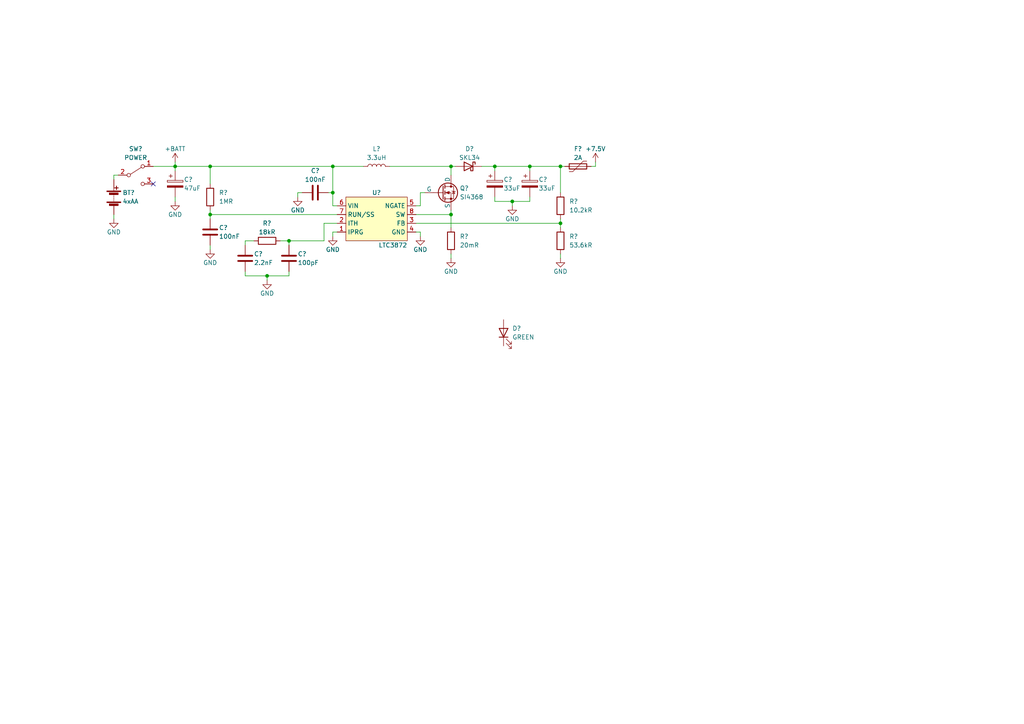
<source format=kicad_sch>
(kicad_sch (version 20230121) (generator eeschema)

  (uuid 801b847b-1ef9-426d-9311-e20107499a35)

  (paper "A4")

  (lib_symbols
    (symbol "Autko:LTC3872" (in_bom yes) (on_board yes)
      (property "Reference" "U" (at 0 7.62 0) (do_not_autoplace)
        (effects (font (size 1.27 1.27)))
      )
      (property "Value" "LTC3872" (at 8.89 -7.62 0) (do_not_autoplace)
        (effects (font (size 1.27 1.27)) (justify right))
      )
      (property "Footprint" "" (at -3.81 5.08 0)
        (effects (font (size 1.27 1.27)) hide)
      )
      (property "Datasheet" "" (at -3.81 5.08 0)
        (effects (font (size 1.27 1.27)) hide)
      )
      (symbol "LTC3872_1_1"
        (rectangle (start -8.89 6.35) (end 8.89 -6.35)
          (stroke (width 0) (type default))
          (fill (type background))
        )
        (pin input line (at -11.43 -3.81 0) (length 2.54)
          (name "IPRG" (effects (font (size 1.27 1.27))))
          (number "1" (effects (font (size 1.27 1.27))))
        )
        (pin input line (at -11.43 -1.27 0) (length 2.54)
          (name "ITH" (effects (font (size 1.27 1.27))))
          (number "2" (effects (font (size 1.27 1.27))))
        )
        (pin input line (at 11.43 -1.27 180) (length 2.54)
          (name "FB" (effects (font (size 1.27 1.27))))
          (number "3" (effects (font (size 1.27 1.27))))
        )
        (pin power_in line (at 11.43 -3.81 180) (length 2.54)
          (name "GND" (effects (font (size 1.27 1.27))))
          (number "4" (effects (font (size 1.27 1.27))))
        )
        (pin output line (at 11.43 3.81 180) (length 2.54)
          (name "NGATE" (effects (font (size 1.27 1.27))))
          (number "5" (effects (font (size 1.27 1.27))))
        )
        (pin power_in line (at -11.43 3.81 0) (length 2.54)
          (name "VIN" (effects (font (size 1.27 1.27))))
          (number "6" (effects (font (size 1.27 1.27))))
        )
        (pin input line (at -11.43 1.27 0) (length 2.54)
          (name "RUN/SS" (effects (font (size 1.27 1.27))))
          (number "7" (effects (font (size 1.27 1.27))))
        )
        (pin input line (at 11.43 1.27 180) (length 2.54)
          (name "SW" (effects (font (size 1.27 1.27))))
          (number "8" (effects (font (size 1.27 1.27))))
        )
      )
    )
    (symbol "Device:Battery" (pin_numbers hide) (pin_names (offset 0) hide) (in_bom yes) (on_board yes)
      (property "Reference" "BT" (at 2.54 2.54 0)
        (effects (font (size 1.27 1.27)) (justify left))
      )
      (property "Value" "Battery" (at 2.54 0 0)
        (effects (font (size 1.27 1.27)) (justify left))
      )
      (property "Footprint" "" (at 0 1.524 90)
        (effects (font (size 1.27 1.27)) hide)
      )
      (property "Datasheet" "~" (at 0 1.524 90)
        (effects (font (size 1.27 1.27)) hide)
      )
      (property "ki_keywords" "batt voltage-source cell" (at 0 0 0)
        (effects (font (size 1.27 1.27)) hide)
      )
      (property "ki_description" "Multiple-cell battery" (at 0 0 0)
        (effects (font (size 1.27 1.27)) hide)
      )
      (symbol "Battery_0_1"
        (rectangle (start -2.032 -1.397) (end 2.032 -1.651)
          (stroke (width 0) (type default))
          (fill (type outline))
        )
        (rectangle (start -2.032 1.778) (end 2.032 1.524)
          (stroke (width 0) (type default))
          (fill (type outline))
        )
        (rectangle (start -1.3208 -1.9812) (end 1.27 -2.4892)
          (stroke (width 0) (type default))
          (fill (type outline))
        )
        (rectangle (start -1.3208 1.1938) (end 1.27 0.6858)
          (stroke (width 0) (type default))
          (fill (type outline))
        )
        (polyline
          (pts
            (xy 0 -1.524)
            (xy 0 -1.27)
          )
          (stroke (width 0) (type default))
          (fill (type none))
        )
        (polyline
          (pts
            (xy 0 -1.016)
            (xy 0 -0.762)
          )
          (stroke (width 0) (type default))
          (fill (type none))
        )
        (polyline
          (pts
            (xy 0 -0.508)
            (xy 0 -0.254)
          )
          (stroke (width 0) (type default))
          (fill (type none))
        )
        (polyline
          (pts
            (xy 0 0)
            (xy 0 0.254)
          )
          (stroke (width 0) (type default))
          (fill (type none))
        )
        (polyline
          (pts
            (xy 0 0.508)
            (xy 0 0.762)
          )
          (stroke (width 0) (type default))
          (fill (type none))
        )
        (polyline
          (pts
            (xy 0 1.778)
            (xy 0 2.54)
          )
          (stroke (width 0) (type default))
          (fill (type none))
        )
        (polyline
          (pts
            (xy 0.254 2.667)
            (xy 1.27 2.667)
          )
          (stroke (width 0.254) (type default))
          (fill (type none))
        )
        (polyline
          (pts
            (xy 0.762 3.175)
            (xy 0.762 2.159)
          )
          (stroke (width 0.254) (type default))
          (fill (type none))
        )
      )
      (symbol "Battery_1_1"
        (pin passive line (at 0 5.08 270) (length 2.54)
          (name "+" (effects (font (size 1.27 1.27))))
          (number "1" (effects (font (size 1.27 1.27))))
        )
        (pin passive line (at 0 -5.08 90) (length 2.54)
          (name "-" (effects (font (size 1.27 1.27))))
          (number "2" (effects (font (size 1.27 1.27))))
        )
      )
    )
    (symbol "Device:C" (pin_numbers hide) (pin_names (offset 0.254)) (in_bom yes) (on_board yes)
      (property "Reference" "C" (at 0.635 2.54 0)
        (effects (font (size 1.27 1.27)) (justify left))
      )
      (property "Value" "C" (at 0.635 -2.54 0)
        (effects (font (size 1.27 1.27)) (justify left))
      )
      (property "Footprint" "" (at 0.9652 -3.81 0)
        (effects (font (size 1.27 1.27)) hide)
      )
      (property "Datasheet" "~" (at 0 0 0)
        (effects (font (size 1.27 1.27)) hide)
      )
      (property "ki_keywords" "cap capacitor" (at 0 0 0)
        (effects (font (size 1.27 1.27)) hide)
      )
      (property "ki_description" "Unpolarized capacitor" (at 0 0 0)
        (effects (font (size 1.27 1.27)) hide)
      )
      (property "ki_fp_filters" "C_*" (at 0 0 0)
        (effects (font (size 1.27 1.27)) hide)
      )
      (symbol "C_0_1"
        (polyline
          (pts
            (xy -2.032 -0.762)
            (xy 2.032 -0.762)
          )
          (stroke (width 0.508) (type default))
          (fill (type none))
        )
        (polyline
          (pts
            (xy -2.032 0.762)
            (xy 2.032 0.762)
          )
          (stroke (width 0.508) (type default))
          (fill (type none))
        )
      )
      (symbol "C_1_1"
        (pin passive line (at 0 3.81 270) (length 2.794)
          (name "~" (effects (font (size 1.27 1.27))))
          (number "1" (effects (font (size 1.27 1.27))))
        )
        (pin passive line (at 0 -3.81 90) (length 2.794)
          (name "~" (effects (font (size 1.27 1.27))))
          (number "2" (effects (font (size 1.27 1.27))))
        )
      )
    )
    (symbol "Device:C_Polarized" (pin_numbers hide) (pin_names (offset 0.254)) (in_bom yes) (on_board yes)
      (property "Reference" "C" (at 0.635 2.54 0)
        (effects (font (size 1.27 1.27)) (justify left))
      )
      (property "Value" "C_Polarized" (at 0.635 -2.54 0)
        (effects (font (size 1.27 1.27)) (justify left))
      )
      (property "Footprint" "" (at 0.9652 -3.81 0)
        (effects (font (size 1.27 1.27)) hide)
      )
      (property "Datasheet" "~" (at 0 0 0)
        (effects (font (size 1.27 1.27)) hide)
      )
      (property "ki_keywords" "cap capacitor" (at 0 0 0)
        (effects (font (size 1.27 1.27)) hide)
      )
      (property "ki_description" "Polarized capacitor" (at 0 0 0)
        (effects (font (size 1.27 1.27)) hide)
      )
      (property "ki_fp_filters" "CP_*" (at 0 0 0)
        (effects (font (size 1.27 1.27)) hide)
      )
      (symbol "C_Polarized_0_1"
        (rectangle (start -2.286 0.508) (end 2.286 1.016)
          (stroke (width 0) (type default))
          (fill (type none))
        )
        (polyline
          (pts
            (xy -1.778 2.286)
            (xy -0.762 2.286)
          )
          (stroke (width 0) (type default))
          (fill (type none))
        )
        (polyline
          (pts
            (xy -1.27 2.794)
            (xy -1.27 1.778)
          )
          (stroke (width 0) (type default))
          (fill (type none))
        )
        (rectangle (start 2.286 -0.508) (end -2.286 -1.016)
          (stroke (width 0) (type default))
          (fill (type outline))
        )
      )
      (symbol "C_Polarized_1_1"
        (pin passive line (at 0 3.81 270) (length 2.794)
          (name "~" (effects (font (size 1.27 1.27))))
          (number "1" (effects (font (size 1.27 1.27))))
        )
        (pin passive line (at 0 -3.81 90) (length 2.794)
          (name "~" (effects (font (size 1.27 1.27))))
          (number "2" (effects (font (size 1.27 1.27))))
        )
      )
    )
    (symbol "Device:D_Schottky" (pin_numbers hide) (pin_names (offset 1.016) hide) (in_bom yes) (on_board yes)
      (property "Reference" "D" (at 0 2.54 0)
        (effects (font (size 1.27 1.27)))
      )
      (property "Value" "D_Schottky" (at 0 -2.54 0)
        (effects (font (size 1.27 1.27)))
      )
      (property "Footprint" "" (at 0 0 0)
        (effects (font (size 1.27 1.27)) hide)
      )
      (property "Datasheet" "~" (at 0 0 0)
        (effects (font (size 1.27 1.27)) hide)
      )
      (property "ki_keywords" "diode Schottky" (at 0 0 0)
        (effects (font (size 1.27 1.27)) hide)
      )
      (property "ki_description" "Schottky diode" (at 0 0 0)
        (effects (font (size 1.27 1.27)) hide)
      )
      (property "ki_fp_filters" "TO-???* *_Diode_* *SingleDiode* D_*" (at 0 0 0)
        (effects (font (size 1.27 1.27)) hide)
      )
      (symbol "D_Schottky_0_1"
        (polyline
          (pts
            (xy 1.27 0)
            (xy -1.27 0)
          )
          (stroke (width 0) (type default))
          (fill (type none))
        )
        (polyline
          (pts
            (xy 1.27 1.27)
            (xy 1.27 -1.27)
            (xy -1.27 0)
            (xy 1.27 1.27)
          )
          (stroke (width 0.254) (type default))
          (fill (type none))
        )
        (polyline
          (pts
            (xy -1.905 0.635)
            (xy -1.905 1.27)
            (xy -1.27 1.27)
            (xy -1.27 -1.27)
            (xy -0.635 -1.27)
            (xy -0.635 -0.635)
          )
          (stroke (width 0.254) (type default))
          (fill (type none))
        )
      )
      (symbol "D_Schottky_1_1"
        (pin passive line (at -3.81 0 0) (length 2.54)
          (name "K" (effects (font (size 1.27 1.27))))
          (number "1" (effects (font (size 1.27 1.27))))
        )
        (pin passive line (at 3.81 0 180) (length 2.54)
          (name "A" (effects (font (size 1.27 1.27))))
          (number "2" (effects (font (size 1.27 1.27))))
        )
      )
    )
    (symbol "Device:L" (pin_numbers hide) (pin_names (offset 1.016) hide) (in_bom yes) (on_board yes)
      (property "Reference" "L" (at -1.27 0 90)
        (effects (font (size 1.27 1.27)))
      )
      (property "Value" "L" (at 1.905 0 90)
        (effects (font (size 1.27 1.27)))
      )
      (property "Footprint" "" (at 0 0 0)
        (effects (font (size 1.27 1.27)) hide)
      )
      (property "Datasheet" "~" (at 0 0 0)
        (effects (font (size 1.27 1.27)) hide)
      )
      (property "ki_keywords" "inductor choke coil reactor magnetic" (at 0 0 0)
        (effects (font (size 1.27 1.27)) hide)
      )
      (property "ki_description" "Inductor" (at 0 0 0)
        (effects (font (size 1.27 1.27)) hide)
      )
      (property "ki_fp_filters" "Choke_* *Coil* Inductor_* L_*" (at 0 0 0)
        (effects (font (size 1.27 1.27)) hide)
      )
      (symbol "L_0_1"
        (arc (start 0 -2.54) (mid 0.6323 -1.905) (end 0 -1.27)
          (stroke (width 0) (type default))
          (fill (type none))
        )
        (arc (start 0 -1.27) (mid 0.6323 -0.635) (end 0 0)
          (stroke (width 0) (type default))
          (fill (type none))
        )
        (arc (start 0 0) (mid 0.6323 0.635) (end 0 1.27)
          (stroke (width 0) (type default))
          (fill (type none))
        )
        (arc (start 0 1.27) (mid 0.6323 1.905) (end 0 2.54)
          (stroke (width 0) (type default))
          (fill (type none))
        )
      )
      (symbol "L_1_1"
        (pin passive line (at 0 3.81 270) (length 1.27)
          (name "1" (effects (font (size 1.27 1.27))))
          (number "1" (effects (font (size 1.27 1.27))))
        )
        (pin passive line (at 0 -3.81 90) (length 1.27)
          (name "2" (effects (font (size 1.27 1.27))))
          (number "2" (effects (font (size 1.27 1.27))))
        )
      )
    )
    (symbol "Device:LED" (pin_numbers hide) (pin_names (offset 1.016) hide) (in_bom yes) (on_board yes)
      (property "Reference" "D" (at 0 2.54 0)
        (effects (font (size 1.27 1.27)))
      )
      (property "Value" "LED" (at 0 -2.54 0)
        (effects (font (size 1.27 1.27)))
      )
      (property "Footprint" "" (at 0 0 0)
        (effects (font (size 1.27 1.27)) hide)
      )
      (property "Datasheet" "~" (at 0 0 0)
        (effects (font (size 1.27 1.27)) hide)
      )
      (property "ki_keywords" "LED diode" (at 0 0 0)
        (effects (font (size 1.27 1.27)) hide)
      )
      (property "ki_description" "Light emitting diode" (at 0 0 0)
        (effects (font (size 1.27 1.27)) hide)
      )
      (property "ki_fp_filters" "LED* LED_SMD:* LED_THT:*" (at 0 0 0)
        (effects (font (size 1.27 1.27)) hide)
      )
      (symbol "LED_0_1"
        (polyline
          (pts
            (xy -1.27 -1.27)
            (xy -1.27 1.27)
          )
          (stroke (width 0.254) (type default))
          (fill (type none))
        )
        (polyline
          (pts
            (xy -1.27 0)
            (xy 1.27 0)
          )
          (stroke (width 0) (type default))
          (fill (type none))
        )
        (polyline
          (pts
            (xy 1.27 -1.27)
            (xy 1.27 1.27)
            (xy -1.27 0)
            (xy 1.27 -1.27)
          )
          (stroke (width 0.254) (type default))
          (fill (type none))
        )
        (polyline
          (pts
            (xy -3.048 -0.762)
            (xy -4.572 -2.286)
            (xy -3.81 -2.286)
            (xy -4.572 -2.286)
            (xy -4.572 -1.524)
          )
          (stroke (width 0) (type default))
          (fill (type none))
        )
        (polyline
          (pts
            (xy -1.778 -0.762)
            (xy -3.302 -2.286)
            (xy -2.54 -2.286)
            (xy -3.302 -2.286)
            (xy -3.302 -1.524)
          )
          (stroke (width 0) (type default))
          (fill (type none))
        )
      )
      (symbol "LED_1_1"
        (pin passive line (at -3.81 0 0) (length 2.54)
          (name "K" (effects (font (size 1.27 1.27))))
          (number "1" (effects (font (size 1.27 1.27))))
        )
        (pin passive line (at 3.81 0 180) (length 2.54)
          (name "A" (effects (font (size 1.27 1.27))))
          (number "2" (effects (font (size 1.27 1.27))))
        )
      )
    )
    (symbol "Device:Polyfuse" (pin_numbers hide) (pin_names (offset 0)) (in_bom yes) (on_board yes)
      (property "Reference" "F" (at -2.54 0 90)
        (effects (font (size 1.27 1.27)))
      )
      (property "Value" "Polyfuse" (at 2.54 0 90)
        (effects (font (size 1.27 1.27)))
      )
      (property "Footprint" "" (at 1.27 -5.08 0)
        (effects (font (size 1.27 1.27)) (justify left) hide)
      )
      (property "Datasheet" "~" (at 0 0 0)
        (effects (font (size 1.27 1.27)) hide)
      )
      (property "ki_keywords" "resettable fuse PTC PPTC polyfuse polyswitch" (at 0 0 0)
        (effects (font (size 1.27 1.27)) hide)
      )
      (property "ki_description" "Resettable fuse, polymeric positive temperature coefficient" (at 0 0 0)
        (effects (font (size 1.27 1.27)) hide)
      )
      (property "ki_fp_filters" "*polyfuse* *PTC*" (at 0 0 0)
        (effects (font (size 1.27 1.27)) hide)
      )
      (symbol "Polyfuse_0_1"
        (rectangle (start -0.762 2.54) (end 0.762 -2.54)
          (stroke (width 0.254) (type default))
          (fill (type none))
        )
        (polyline
          (pts
            (xy 0 2.54)
            (xy 0 -2.54)
          )
          (stroke (width 0) (type default))
          (fill (type none))
        )
        (polyline
          (pts
            (xy -1.524 2.54)
            (xy -1.524 1.524)
            (xy 1.524 -1.524)
            (xy 1.524 -2.54)
          )
          (stroke (width 0) (type default))
          (fill (type none))
        )
      )
      (symbol "Polyfuse_1_1"
        (pin passive line (at 0 3.81 270) (length 1.27)
          (name "~" (effects (font (size 1.27 1.27))))
          (number "1" (effects (font (size 1.27 1.27))))
        )
        (pin passive line (at 0 -3.81 90) (length 1.27)
          (name "~" (effects (font (size 1.27 1.27))))
          (number "2" (effects (font (size 1.27 1.27))))
        )
      )
    )
    (symbol "Device:R" (pin_numbers hide) (pin_names (offset 0)) (in_bom yes) (on_board yes)
      (property "Reference" "R" (at 2.032 0 90)
        (effects (font (size 1.27 1.27)))
      )
      (property "Value" "R" (at 0 0 90)
        (effects (font (size 1.27 1.27)))
      )
      (property "Footprint" "" (at -1.778 0 90)
        (effects (font (size 1.27 1.27)) hide)
      )
      (property "Datasheet" "~" (at 0 0 0)
        (effects (font (size 1.27 1.27)) hide)
      )
      (property "ki_keywords" "R res resistor" (at 0 0 0)
        (effects (font (size 1.27 1.27)) hide)
      )
      (property "ki_description" "Resistor" (at 0 0 0)
        (effects (font (size 1.27 1.27)) hide)
      )
      (property "ki_fp_filters" "R_*" (at 0 0 0)
        (effects (font (size 1.27 1.27)) hide)
      )
      (symbol "R_0_1"
        (rectangle (start -1.016 -2.54) (end 1.016 2.54)
          (stroke (width 0.254) (type default))
          (fill (type none))
        )
      )
      (symbol "R_1_1"
        (pin passive line (at 0 3.81 270) (length 1.27)
          (name "~" (effects (font (size 1.27 1.27))))
          (number "1" (effects (font (size 1.27 1.27))))
        )
        (pin passive line (at 0 -3.81 90) (length 1.27)
          (name "~" (effects (font (size 1.27 1.27))))
          (number "2" (effects (font (size 1.27 1.27))))
        )
      )
    )
    (symbol "Simulation_SPICE:NMOS" (pin_numbers hide) (pin_names (offset 0)) (in_bom yes) (on_board yes)
      (property "Reference" "Q" (at 5.08 1.27 0)
        (effects (font (size 1.27 1.27)) (justify left))
      )
      (property "Value" "NMOS" (at 5.08 -1.27 0)
        (effects (font (size 1.27 1.27)) (justify left))
      )
      (property "Footprint" "" (at 5.08 2.54 0)
        (effects (font (size 1.27 1.27)) hide)
      )
      (property "Datasheet" "https://ngspice.sourceforge.io/docs/ngspice-manual.pdf" (at 0 -12.7 0)
        (effects (font (size 1.27 1.27)) hide)
      )
      (property "Sim.Device" "NMOS" (at 0 -17.145 0)
        (effects (font (size 1.27 1.27)) hide)
      )
      (property "Sim.Type" "VDMOS" (at 0 -19.05 0)
        (effects (font (size 1.27 1.27)) hide)
      )
      (property "Sim.Pins" "1=D 2=G 3=S" (at 0 -15.24 0)
        (effects (font (size 1.27 1.27)) hide)
      )
      (property "ki_keywords" "transistor NMOS N-MOS N-MOSFET simulation" (at 0 0 0)
        (effects (font (size 1.27 1.27)) hide)
      )
      (property "ki_description" "N-MOSFET transistor, drain/source/gate" (at 0 0 0)
        (effects (font (size 1.27 1.27)) hide)
      )
      (symbol "NMOS_0_1"
        (polyline
          (pts
            (xy 0.254 0)
            (xy -2.54 0)
          )
          (stroke (width 0) (type default))
          (fill (type none))
        )
        (polyline
          (pts
            (xy 0.254 1.905)
            (xy 0.254 -1.905)
          )
          (stroke (width 0.254) (type default))
          (fill (type none))
        )
        (polyline
          (pts
            (xy 0.762 -1.27)
            (xy 0.762 -2.286)
          )
          (stroke (width 0.254) (type default))
          (fill (type none))
        )
        (polyline
          (pts
            (xy 0.762 0.508)
            (xy 0.762 -0.508)
          )
          (stroke (width 0.254) (type default))
          (fill (type none))
        )
        (polyline
          (pts
            (xy 0.762 2.286)
            (xy 0.762 1.27)
          )
          (stroke (width 0.254) (type default))
          (fill (type none))
        )
        (polyline
          (pts
            (xy 2.54 2.54)
            (xy 2.54 1.778)
          )
          (stroke (width 0) (type default))
          (fill (type none))
        )
        (polyline
          (pts
            (xy 2.54 -2.54)
            (xy 2.54 0)
            (xy 0.762 0)
          )
          (stroke (width 0) (type default))
          (fill (type none))
        )
        (polyline
          (pts
            (xy 0.762 -1.778)
            (xy 3.302 -1.778)
            (xy 3.302 1.778)
            (xy 0.762 1.778)
          )
          (stroke (width 0) (type default))
          (fill (type none))
        )
        (polyline
          (pts
            (xy 1.016 0)
            (xy 2.032 0.381)
            (xy 2.032 -0.381)
            (xy 1.016 0)
          )
          (stroke (width 0) (type default))
          (fill (type outline))
        )
        (polyline
          (pts
            (xy 2.794 0.508)
            (xy 2.921 0.381)
            (xy 3.683 0.381)
            (xy 3.81 0.254)
          )
          (stroke (width 0) (type default))
          (fill (type none))
        )
        (polyline
          (pts
            (xy 3.302 0.381)
            (xy 2.921 -0.254)
            (xy 3.683 -0.254)
            (xy 3.302 0.381)
          )
          (stroke (width 0) (type default))
          (fill (type none))
        )
        (circle (center 1.651 0) (radius 2.794)
          (stroke (width 0.254) (type default))
          (fill (type none))
        )
        (circle (center 2.54 -1.778) (radius 0.254)
          (stroke (width 0) (type default))
          (fill (type outline))
        )
        (circle (center 2.54 1.778) (radius 0.254)
          (stroke (width 0) (type default))
          (fill (type outline))
        )
      )
      (symbol "NMOS_1_1"
        (pin passive line (at 2.54 5.08 270) (length 2.54)
          (name "D" (effects (font (size 1.27 1.27))))
          (number "1" (effects (font (size 1.27 1.27))))
        )
        (pin input line (at -5.08 0 0) (length 2.54)
          (name "G" (effects (font (size 1.27 1.27))))
          (number "2" (effects (font (size 1.27 1.27))))
        )
        (pin passive line (at 2.54 -5.08 90) (length 2.54)
          (name "S" (effects (font (size 1.27 1.27))))
          (number "3" (effects (font (size 1.27 1.27))))
        )
      )
    )
    (symbol "Switch:SW_SPDT" (pin_names (offset 0) hide) (in_bom yes) (on_board yes)
      (property "Reference" "SW" (at 0 4.318 0)
        (effects (font (size 1.27 1.27)))
      )
      (property "Value" "SW_SPDT" (at 0 -5.08 0)
        (effects (font (size 1.27 1.27)))
      )
      (property "Footprint" "" (at 0 0 0)
        (effects (font (size 1.27 1.27)) hide)
      )
      (property "Datasheet" "~" (at 0 0 0)
        (effects (font (size 1.27 1.27)) hide)
      )
      (property "ki_keywords" "switch single-pole double-throw spdt ON-ON" (at 0 0 0)
        (effects (font (size 1.27 1.27)) hide)
      )
      (property "ki_description" "Switch, single pole double throw" (at 0 0 0)
        (effects (font (size 1.27 1.27)) hide)
      )
      (symbol "SW_SPDT_0_0"
        (circle (center -2.032 0) (radius 0.508)
          (stroke (width 0) (type default))
          (fill (type none))
        )
        (circle (center 2.032 -2.54) (radius 0.508)
          (stroke (width 0) (type default))
          (fill (type none))
        )
      )
      (symbol "SW_SPDT_0_1"
        (polyline
          (pts
            (xy -1.524 0.254)
            (xy 1.651 2.286)
          )
          (stroke (width 0) (type default))
          (fill (type none))
        )
        (circle (center 2.032 2.54) (radius 0.508)
          (stroke (width 0) (type default))
          (fill (type none))
        )
      )
      (symbol "SW_SPDT_1_1"
        (pin passive line (at 5.08 2.54 180) (length 2.54)
          (name "A" (effects (font (size 1.27 1.27))))
          (number "1" (effects (font (size 1.27 1.27))))
        )
        (pin passive line (at -5.08 0 0) (length 2.54)
          (name "B" (effects (font (size 1.27 1.27))))
          (number "2" (effects (font (size 1.27 1.27))))
        )
        (pin passive line (at 5.08 -2.54 180) (length 2.54)
          (name "C" (effects (font (size 1.27 1.27))))
          (number "3" (effects (font (size 1.27 1.27))))
        )
      )
    )
    (symbol "power:+7.5V" (power) (pin_names (offset 0)) (in_bom yes) (on_board yes)
      (property "Reference" "#PWR" (at 0 -3.81 0)
        (effects (font (size 1.27 1.27)) hide)
      )
      (property "Value" "+7.5V" (at 0 3.556 0)
        (effects (font (size 1.27 1.27)))
      )
      (property "Footprint" "" (at 0 0 0)
        (effects (font (size 1.27 1.27)) hide)
      )
      (property "Datasheet" "" (at 0 0 0)
        (effects (font (size 1.27 1.27)) hide)
      )
      (property "ki_keywords" "global power" (at 0 0 0)
        (effects (font (size 1.27 1.27)) hide)
      )
      (property "ki_description" "Power symbol creates a global label with name \"+7.5V\"" (at 0 0 0)
        (effects (font (size 1.27 1.27)) hide)
      )
      (symbol "+7.5V_0_1"
        (polyline
          (pts
            (xy -0.762 1.27)
            (xy 0 2.54)
          )
          (stroke (width 0) (type default))
          (fill (type none))
        )
        (polyline
          (pts
            (xy 0 0)
            (xy 0 2.54)
          )
          (stroke (width 0) (type default))
          (fill (type none))
        )
        (polyline
          (pts
            (xy 0 2.54)
            (xy 0.762 1.27)
          )
          (stroke (width 0) (type default))
          (fill (type none))
        )
      )
      (symbol "+7.5V_1_1"
        (pin power_in line (at 0 0 90) (length 0) hide
          (name "+7.5V" (effects (font (size 1.27 1.27))))
          (number "1" (effects (font (size 1.27 1.27))))
        )
      )
    )
    (symbol "power:+BATT" (power) (pin_names (offset 0)) (in_bom yes) (on_board yes)
      (property "Reference" "#PWR" (at 0 -3.81 0)
        (effects (font (size 1.27 1.27)) hide)
      )
      (property "Value" "+BATT" (at 0 3.556 0)
        (effects (font (size 1.27 1.27)))
      )
      (property "Footprint" "" (at 0 0 0)
        (effects (font (size 1.27 1.27)) hide)
      )
      (property "Datasheet" "" (at 0 0 0)
        (effects (font (size 1.27 1.27)) hide)
      )
      (property "ki_keywords" "global power battery" (at 0 0 0)
        (effects (font (size 1.27 1.27)) hide)
      )
      (property "ki_description" "Power symbol creates a global label with name \"+BATT\"" (at 0 0 0)
        (effects (font (size 1.27 1.27)) hide)
      )
      (symbol "+BATT_0_1"
        (polyline
          (pts
            (xy -0.762 1.27)
            (xy 0 2.54)
          )
          (stroke (width 0) (type default))
          (fill (type none))
        )
        (polyline
          (pts
            (xy 0 0)
            (xy 0 2.54)
          )
          (stroke (width 0) (type default))
          (fill (type none))
        )
        (polyline
          (pts
            (xy 0 2.54)
            (xy 0.762 1.27)
          )
          (stroke (width 0) (type default))
          (fill (type none))
        )
      )
      (symbol "+BATT_1_1"
        (pin power_in line (at 0 0 90) (length 0) hide
          (name "+BATT" (effects (font (size 1.27 1.27))))
          (number "1" (effects (font (size 1.27 1.27))))
        )
      )
    )
    (symbol "power:GND" (power) (pin_names (offset 0)) (in_bom yes) (on_board yes)
      (property "Reference" "#PWR" (at 0 -6.35 0)
        (effects (font (size 1.27 1.27)) hide)
      )
      (property "Value" "GND" (at 0 -3.81 0)
        (effects (font (size 1.27 1.27)))
      )
      (property "Footprint" "" (at 0 0 0)
        (effects (font (size 1.27 1.27)) hide)
      )
      (property "Datasheet" "" (at 0 0 0)
        (effects (font (size 1.27 1.27)) hide)
      )
      (property "ki_keywords" "global power" (at 0 0 0)
        (effects (font (size 1.27 1.27)) hide)
      )
      (property "ki_description" "Power symbol creates a global label with name \"GND\" , ground" (at 0 0 0)
        (effects (font (size 1.27 1.27)) hide)
      )
      (symbol "GND_0_1"
        (polyline
          (pts
            (xy 0 0)
            (xy 0 -1.27)
            (xy 1.27 -1.27)
            (xy 0 -2.54)
            (xy -1.27 -1.27)
            (xy 0 -1.27)
          )
          (stroke (width 0) (type default))
          (fill (type none))
        )
      )
      (symbol "GND_1_1"
        (pin power_in line (at 0 0 270) (length 0) hide
          (name "GND" (effects (font (size 1.27 1.27))))
          (number "1" (effects (font (size 1.27 1.27))))
        )
      )
    )
  )

  (junction (at 77.47 80.01) (diameter 0) (color 0 0 0 0)
    (uuid 05a37012-5fad-4749-a0be-8ffc51706a72)
  )
  (junction (at 60.96 48.26) (diameter 0) (color 0 0 0 0)
    (uuid 0998c38c-df5b-4625-baff-ae3beeb96b8e)
  )
  (junction (at 96.52 48.26) (diameter 0) (color 0 0 0 0)
    (uuid 414bd3da-df9d-493b-aa0b-f92be0d98de7)
  )
  (junction (at 162.56 64.77) (diameter 0) (color 0 0 0 0)
    (uuid 4a6f190a-8525-4f7d-850e-047d8c5c2085)
  )
  (junction (at 143.51 48.26) (diameter 0) (color 0 0 0 0)
    (uuid 51ca81b3-b06d-42cf-958f-9dacfa695630)
  )
  (junction (at 148.59 58.42) (diameter 0) (color 0 0 0 0)
    (uuid 8dfc1e0a-8839-4693-b02e-4daa870169d7)
  )
  (junction (at 130.81 62.23) (diameter 0) (color 0 0 0 0)
    (uuid 9c6ecf61-3991-470c-b99c-77180056e673)
  )
  (junction (at 162.56 48.26) (diameter 0) (color 0 0 0 0)
    (uuid a57aa928-bbcd-4ff5-b66b-42681b0ee3c6)
  )
  (junction (at 130.81 48.26) (diameter 0) (color 0 0 0 0)
    (uuid b797fb7d-7ac8-40d5-ae38-1db42e2227ef)
  )
  (junction (at 83.82 69.85) (diameter 0) (color 0 0 0 0)
    (uuid bd43ad50-1b7d-4290-bf52-b5386b3ecdf2)
  )
  (junction (at 153.67 48.26) (diameter 0) (color 0 0 0 0)
    (uuid c2ce0ec0-9f9a-42ac-80f3-39317c93ff32)
  )
  (junction (at 50.8 48.26) (diameter 0) (color 0 0 0 0)
    (uuid cd2727ea-b268-4f3e-8a16-69eff3548a00)
  )
  (junction (at 96.52 55.88) (diameter 0) (color 0 0 0 0)
    (uuid d9868c40-d19b-4c34-8021-05577135ff6d)
  )
  (junction (at 60.96 62.23) (diameter 0) (color 0 0 0 0)
    (uuid f39a676b-235f-44dd-a678-d588f14e8244)
  )

  (no_connect (at 44.45 53.34) (uuid 1f03288b-fda1-439d-a0fe-d4e71ee02f31))

  (wire (pts (xy 162.56 74.93) (xy 162.56 73.66))
    (stroke (width 0) (type default))
    (uuid 00625bc4-fa3b-42ce-ac9c-ad2ab04f02ca)
  )
  (wire (pts (xy 120.65 62.23) (xy 130.81 62.23))
    (stroke (width 0) (type default))
    (uuid 04dd3931-b60a-4731-bba5-d348a36539ae)
  )
  (wire (pts (xy 83.82 69.85) (xy 93.98 69.85))
    (stroke (width 0) (type default))
    (uuid 0ab59757-3a75-4707-ab3b-4c925b47761e)
  )
  (wire (pts (xy 96.52 67.31) (xy 96.52 68.58))
    (stroke (width 0) (type default))
    (uuid 0c142cf8-a7cf-4688-b438-a3de2daf94b2)
  )
  (wire (pts (xy 77.47 80.01) (xy 83.82 80.01))
    (stroke (width 0) (type default))
    (uuid 18109975-64a2-44ec-865e-d7f1fe98081e)
  )
  (wire (pts (xy 121.92 55.88) (xy 123.19 55.88))
    (stroke (width 0) (type default))
    (uuid 1ac849a7-1a67-4f83-9f82-243d94979474)
  )
  (wire (pts (xy 113.03 48.26) (xy 130.81 48.26))
    (stroke (width 0) (type default))
    (uuid 1b67a54b-fd3a-4388-becd-4ee84a22352e)
  )
  (wire (pts (xy 50.8 46.99) (xy 50.8 48.26))
    (stroke (width 0) (type default))
    (uuid 1c81709e-f3f4-461b-bf3b-faa1610fcc1f)
  )
  (wire (pts (xy 96.52 59.69) (xy 97.79 59.69))
    (stroke (width 0) (type default))
    (uuid 1e6d38e0-be3a-44bd-bf57-53f287fa8b75)
  )
  (wire (pts (xy 96.52 48.26) (xy 96.52 55.88))
    (stroke (width 0) (type default))
    (uuid 202d9b24-8efc-4906-85b8-8695bf74c5f4)
  )
  (wire (pts (xy 162.56 63.5) (xy 162.56 64.77))
    (stroke (width 0) (type default))
    (uuid 2188fb6d-d7d1-4e3e-8485-d9e8055920ce)
  )
  (wire (pts (xy 162.56 48.26) (xy 162.56 55.88))
    (stroke (width 0) (type default))
    (uuid 22a5d5b3-07d9-4855-86de-544c10f92f42)
  )
  (wire (pts (xy 71.12 80.01) (xy 71.12 78.74))
    (stroke (width 0) (type default))
    (uuid 29b151a9-3cb6-4c2c-8e1d-9b2370ebadde)
  )
  (wire (pts (xy 148.59 58.42) (xy 143.51 58.42))
    (stroke (width 0) (type default))
    (uuid 2a5716a9-52db-4aed-9f2d-6b463b62dd20)
  )
  (wire (pts (xy 97.79 64.77) (xy 93.98 64.77))
    (stroke (width 0) (type default))
    (uuid 2d320574-94f8-446d-9b92-d3cc172f0ad5)
  )
  (wire (pts (xy 83.82 80.01) (xy 83.82 78.74))
    (stroke (width 0) (type default))
    (uuid 34685838-24a2-493a-9c3f-94b2ab66c8ed)
  )
  (wire (pts (xy 60.96 48.26) (xy 60.96 53.34))
    (stroke (width 0) (type default))
    (uuid 360d6c20-a8a0-4d07-8580-81b149909059)
  )
  (wire (pts (xy 172.72 48.26) (xy 171.45 48.26))
    (stroke (width 0) (type default))
    (uuid 3fff8859-8fc8-4d88-b052-9cb1da08d544)
  )
  (wire (pts (xy 33.02 62.23) (xy 33.02 63.5))
    (stroke (width 0) (type default))
    (uuid 437635b0-7705-42c7-8f68-df83fed5ce2e)
  )
  (wire (pts (xy 86.36 57.15) (xy 86.36 55.88))
    (stroke (width 0) (type default))
    (uuid 43b3c61e-0575-4f10-914c-12e1478ddff4)
  )
  (wire (pts (xy 121.92 59.69) (xy 120.65 59.69))
    (stroke (width 0) (type default))
    (uuid 4556cf93-97b3-467d-8c1b-df4b50934d5f)
  )
  (wire (pts (xy 162.56 48.26) (xy 163.83 48.26))
    (stroke (width 0) (type default))
    (uuid 4933d8a8-d3ee-44f4-8083-d639e4e9c447)
  )
  (wire (pts (xy 143.51 48.26) (xy 143.51 49.53))
    (stroke (width 0) (type default))
    (uuid 4b3e4002-0789-4c22-a40a-82b2e7de2f7f)
  )
  (wire (pts (xy 60.96 60.96) (xy 60.96 62.23))
    (stroke (width 0) (type default))
    (uuid 4ff8d6f1-9840-48f7-93ed-16b58bd26cd4)
  )
  (wire (pts (xy 95.25 55.88) (xy 96.52 55.88))
    (stroke (width 0) (type default))
    (uuid 5fe8813a-94d1-461a-b251-03c45c1a6736)
  )
  (wire (pts (xy 60.96 71.12) (xy 60.96 72.39))
    (stroke (width 0) (type default))
    (uuid 61d650a4-ba90-4c67-9939-a5027bfebb18)
  )
  (wire (pts (xy 130.81 48.26) (xy 130.81 50.8))
    (stroke (width 0) (type default))
    (uuid 6357a99d-9c89-4ae8-8937-c9535a7cc4ba)
  )
  (wire (pts (xy 50.8 48.26) (xy 50.8 49.53))
    (stroke (width 0) (type default))
    (uuid 655ea0b5-24d3-442d-a011-16f1aa4cbd21)
  )
  (wire (pts (xy 130.81 48.26) (xy 132.08 48.26))
    (stroke (width 0) (type default))
    (uuid 6a49d889-cc89-4dd2-beaf-61f459f98467)
  )
  (wire (pts (xy 130.81 60.96) (xy 130.81 62.23))
    (stroke (width 0) (type default))
    (uuid 6a69ee46-6fff-4958-bf2c-e1292aa014fb)
  )
  (wire (pts (xy 77.47 81.28) (xy 77.47 80.01))
    (stroke (width 0) (type default))
    (uuid 75840e23-dab7-49e9-ab8b-8bec07e87681)
  )
  (wire (pts (xy 83.82 69.85) (xy 83.82 71.12))
    (stroke (width 0) (type default))
    (uuid 78261165-c1ca-405c-a6f4-c60135450185)
  )
  (wire (pts (xy 139.7 48.26) (xy 143.51 48.26))
    (stroke (width 0) (type default))
    (uuid 7bb289a5-9f65-422a-ac64-d5060460fd19)
  )
  (wire (pts (xy 153.67 48.26) (xy 162.56 48.26))
    (stroke (width 0) (type default))
    (uuid 7df37c64-a310-4823-9c6a-d8c5b45d0c19)
  )
  (wire (pts (xy 81.28 69.85) (xy 83.82 69.85))
    (stroke (width 0) (type default))
    (uuid 803eb994-e8eb-4427-81bf-667b46af210e)
  )
  (wire (pts (xy 77.47 80.01) (xy 71.12 80.01))
    (stroke (width 0) (type default))
    (uuid 844310f4-37df-43f4-9dbf-f1b17030bfa2)
  )
  (wire (pts (xy 96.52 48.26) (xy 105.41 48.26))
    (stroke (width 0) (type default))
    (uuid 8cf93c6f-f1dd-4418-9720-6d15d11e8552)
  )
  (wire (pts (xy 96.52 55.88) (xy 96.52 59.69))
    (stroke (width 0) (type default))
    (uuid 8f413fda-3a49-40be-872f-2215fbe7d2be)
  )
  (wire (pts (xy 148.59 58.42) (xy 153.67 58.42))
    (stroke (width 0) (type default))
    (uuid 99236c91-84dc-46d7-b66a-876deb493880)
  )
  (wire (pts (xy 121.92 55.88) (xy 121.92 59.69))
    (stroke (width 0) (type default))
    (uuid 99d4bb95-978a-4c68-a221-87a6bb245c38)
  )
  (wire (pts (xy 44.45 48.26) (xy 50.8 48.26))
    (stroke (width 0) (type default))
    (uuid 9ae073d4-35ef-4b7c-937e-1de63a08f10f)
  )
  (wire (pts (xy 130.81 62.23) (xy 130.81 66.04))
    (stroke (width 0) (type default))
    (uuid 9b3676e7-70a2-4d16-93bf-caee4c4d0c12)
  )
  (wire (pts (xy 71.12 71.12) (xy 71.12 69.85))
    (stroke (width 0) (type default))
    (uuid 9f778063-d0a2-4117-bf7b-9ff4fdc2d4d6)
  )
  (wire (pts (xy 71.12 69.85) (xy 73.66 69.85))
    (stroke (width 0) (type default))
    (uuid a1c8c4e6-8885-48c1-8077-ea049dae6178)
  )
  (wire (pts (xy 121.92 67.31) (xy 121.92 68.58))
    (stroke (width 0) (type default))
    (uuid a26c5a64-b45e-47bc-b563-1973319d9c2c)
  )
  (wire (pts (xy 33.02 50.8) (xy 34.29 50.8))
    (stroke (width 0) (type default))
    (uuid a460d95f-3576-42d3-bf98-6673a51a2612)
  )
  (wire (pts (xy 60.96 62.23) (xy 60.96 63.5))
    (stroke (width 0) (type default))
    (uuid a95afefb-d6a3-4045-b1d2-4d164e656606)
  )
  (wire (pts (xy 50.8 48.26) (xy 60.96 48.26))
    (stroke (width 0) (type default))
    (uuid ad96b160-22d1-40a3-8e57-70c2efa37e99)
  )
  (wire (pts (xy 172.72 48.26) (xy 172.72 46.99))
    (stroke (width 0) (type default))
    (uuid ae69e61b-1f78-4443-a797-26259d186d79)
  )
  (wire (pts (xy 33.02 52.07) (xy 33.02 50.8))
    (stroke (width 0) (type default))
    (uuid af27b636-e311-4ecd-a6a6-374557c4388c)
  )
  (wire (pts (xy 153.67 58.42) (xy 153.67 57.15))
    (stroke (width 0) (type default))
    (uuid af5df177-9361-4888-96c6-55bd5c8bad79)
  )
  (wire (pts (xy 121.92 67.31) (xy 120.65 67.31))
    (stroke (width 0) (type default))
    (uuid b31e4c6a-c269-42b4-875d-778e3f8bc1b5)
  )
  (wire (pts (xy 96.52 48.26) (xy 60.96 48.26))
    (stroke (width 0) (type default))
    (uuid be5f3990-b6db-4eab-b13e-94840ba02dd9)
  )
  (wire (pts (xy 50.8 57.15) (xy 50.8 58.42))
    (stroke (width 0) (type default))
    (uuid c09798d1-4aae-40ec-b1ea-1f05b53e68f9)
  )
  (wire (pts (xy 130.81 73.66) (xy 130.81 74.93))
    (stroke (width 0) (type default))
    (uuid c68adaf6-4b8a-4dac-a0cf-cecb1608bf6d)
  )
  (wire (pts (xy 162.56 64.77) (xy 162.56 66.04))
    (stroke (width 0) (type default))
    (uuid cbab3061-12d6-451d-8184-59fe29512ee2)
  )
  (wire (pts (xy 143.51 58.42) (xy 143.51 57.15))
    (stroke (width 0) (type default))
    (uuid d24771ec-2d7f-4769-be9f-f428b42b80a7)
  )
  (wire (pts (xy 120.65 64.77) (xy 162.56 64.77))
    (stroke (width 0) (type default))
    (uuid d345f26b-bdcf-4721-8ed4-25468c297bbb)
  )
  (wire (pts (xy 153.67 48.26) (xy 153.67 49.53))
    (stroke (width 0) (type default))
    (uuid d3676f9d-82e5-4734-beda-5c1710341e23)
  )
  (wire (pts (xy 96.52 67.31) (xy 97.79 67.31))
    (stroke (width 0) (type default))
    (uuid d5b1dbb4-b6ca-4d71-942b-8361d8ecd678)
  )
  (wire (pts (xy 143.51 48.26) (xy 153.67 48.26))
    (stroke (width 0) (type default))
    (uuid d734e07d-6518-4d3c-86d9-12d3ae20f0e4)
  )
  (wire (pts (xy 148.59 59.69) (xy 148.59 58.42))
    (stroke (width 0) (type default))
    (uuid e09ce8aa-9d9b-492c-8820-19b758611a82)
  )
  (wire (pts (xy 93.98 69.85) (xy 93.98 64.77))
    (stroke (width 0) (type default))
    (uuid e353289d-7274-46f3-8662-4c80b73c0323)
  )
  (wire (pts (xy 60.96 62.23) (xy 97.79 62.23))
    (stroke (width 0) (type default))
    (uuid e4b8056c-6b43-470b-8272-8ada4e5cc8ec)
  )
  (wire (pts (xy 86.36 55.88) (xy 87.63 55.88))
    (stroke (width 0) (type default))
    (uuid ee05201f-c585-458b-b72c-5a20696d6c21)
  )

  (symbol (lib_id "Device:R") (at 60.96 57.15 0) (unit 1)
    (in_bom yes) (on_board yes) (dnp no)
    (uuid 03ca8634-ed10-41d9-bc21-c1cbd46d4999)
    (property "Reference" "R?" (at 63.5 55.88 0)
      (effects (font (size 1.27 1.27)) (justify left))
    )
    (property "Value" "1MR" (at 63.5 58.42 0)
      (effects (font (size 1.27 1.27)) (justify left))
    )
    (property "Footprint" "" (at 59.182 57.15 90)
      (effects (font (size 1.27 1.27)) hide)
    )
    (property "Datasheet" "~" (at 60.96 57.15 0)
      (effects (font (size 1.27 1.27)) hide)
    )
    (pin "1" (uuid f263234c-080f-40e6-8dc9-ff51e80d85e3))
    (pin "2" (uuid 41399815-d988-4eab-b320-5c07181a4ba9))
    (instances
      (project "autko"
        (path "/8d5cfdec-de34-4148-9100-7125640c46f5/c078ece0-fea4-45db-aa95-3799eb753f2b"
          (reference "R?") (unit 1)
        )
      )
    )
  )

  (symbol (lib_id "Device:Polyfuse") (at 167.64 48.26 90) (unit 1)
    (in_bom yes) (on_board yes) (dnp no) (fields_autoplaced)
    (uuid 054c8a99-6848-4fbe-90d0-70745992fe32)
    (property "Reference" "F?" (at 167.64 43.18 90)
      (effects (font (size 1.27 1.27)))
    )
    (property "Value" "2A" (at 167.64 45.72 90)
      (effects (font (size 1.27 1.27)))
    )
    (property "Footprint" "" (at 172.72 46.99 0)
      (effects (font (size 1.27 1.27)) (justify left) hide)
    )
    (property "Datasheet" "~" (at 167.64 48.26 0)
      (effects (font (size 1.27 1.27)) hide)
    )
    (pin "1" (uuid d9456bdb-e0d6-46a5-88fd-18a95bf99ef9))
    (pin "2" (uuid 15390f0b-b300-46d8-ad45-94cedc7f29df))
    (instances
      (project "autko"
        (path "/8d5cfdec-de34-4148-9100-7125640c46f5/c078ece0-fea4-45db-aa95-3799eb753f2b"
          (reference "F?") (unit 1)
        )
      )
    )
  )

  (symbol (lib_id "Switch:SW_SPDT") (at 39.37 50.8 0) (unit 1)
    (in_bom yes) (on_board yes) (dnp no)
    (uuid 0956f2c9-255d-40a3-9183-d9e3cecbb4de)
    (property "Reference" "SW?" (at 39.37 43.18 0)
      (effects (font (size 1.27 1.27)))
    )
    (property "Value" "POWER" (at 39.37 45.72 0)
      (effects (font (size 1.27 1.27)))
    )
    (property "Footprint" "" (at 39.37 50.8 0)
      (effects (font (size 1.27 1.27)) hide)
    )
    (property "Datasheet" "~" (at 39.37 50.8 0)
      (effects (font (size 1.27 1.27)) hide)
    )
    (pin "1" (uuid 6f18c7c3-d7a1-475b-9d61-c398eca2fa92))
    (pin "2" (uuid 9106aee0-f6fc-4c1e-9e27-8c3fc66ce5fa))
    (pin "3" (uuid 0dd592ba-32ab-484e-a981-ae99425c312a))
    (instances
      (project "autko"
        (path "/8d5cfdec-de34-4148-9100-7125640c46f5/c078ece0-fea4-45db-aa95-3799eb753f2b"
          (reference "SW?") (unit 1)
        )
      )
    )
  )

  (symbol (lib_id "Device:Battery") (at 33.02 57.15 0) (unit 1)
    (in_bom yes) (on_board yes) (dnp no)
    (uuid 129b9593-e640-4a1f-b36e-16cede19a2d4)
    (property "Reference" "BT?" (at 35.56 55.88 0)
      (effects (font (size 1.27 1.27)) (justify left))
    )
    (property "Value" "4xAA" (at 35.56 58.42 0)
      (effects (font (size 1.27 1.27)) (justify left))
    )
    (property "Footprint" "" (at 33.02 55.626 90)
      (effects (font (size 1.27 1.27)) hide)
    )
    (property "Datasheet" "~" (at 33.02 55.626 90)
      (effects (font (size 1.27 1.27)) hide)
    )
    (pin "1" (uuid fad53a01-a4fe-44ee-a594-de95ba2aff96))
    (pin "2" (uuid a03f6bea-3eb2-4aa0-aa39-21de9ec4ec7e))
    (instances
      (project "autko"
        (path "/8d5cfdec-de34-4148-9100-7125640c46f5/c078ece0-fea4-45db-aa95-3799eb753f2b"
          (reference "BT?") (unit 1)
        )
      )
    )
  )

  (symbol (lib_id "Device:C") (at 83.82 74.93 0) (unit 1)
    (in_bom yes) (on_board yes) (dnp no)
    (uuid 20739974-2571-45dc-bfdb-93fe87f49e9e)
    (property "Reference" "C?" (at 86.36 73.66 0)
      (effects (font (size 1.27 1.27)) (justify left))
    )
    (property "Value" "100pF" (at 86.36 76.2 0)
      (effects (font (size 1.27 1.27)) (justify left))
    )
    (property "Footprint" "" (at 84.7852 78.74 0)
      (effects (font (size 1.27 1.27)) hide)
    )
    (property "Datasheet" "~" (at 83.82 74.93 0)
      (effects (font (size 1.27 1.27)) hide)
    )
    (pin "1" (uuid 720b85c3-f46b-45a9-8240-792e3cfe0110))
    (pin "2" (uuid f391b8e0-a8c1-4152-9b57-4f8bdbe332ed))
    (instances
      (project "autko"
        (path "/8d5cfdec-de34-4148-9100-7125640c46f5/c078ece0-fea4-45db-aa95-3799eb753f2b"
          (reference "C?") (unit 1)
        )
      )
    )
  )

  (symbol (lib_id "power:GND") (at 77.47 81.28 0) (unit 1)
    (in_bom yes) (on_board yes) (dnp no)
    (uuid 2ac2b955-faa3-45bb-b581-e135ce500687)
    (property "Reference" "#PWR09" (at 77.47 87.63 0)
      (effects (font (size 1.27 1.27)) hide)
    )
    (property "Value" "GND" (at 77.47 85.09 0)
      (effects (font (size 1.27 1.27)))
    )
    (property "Footprint" "" (at 77.47 81.28 0)
      (effects (font (size 1.27 1.27)) hide)
    )
    (property "Datasheet" "" (at 77.47 81.28 0)
      (effects (font (size 1.27 1.27)) hide)
    )
    (pin "1" (uuid e9181f8c-8bd5-4c57-91ca-817f115a346f))
    (instances
      (project "autko"
        (path "/8d5cfdec-de34-4148-9100-7125640c46f5/c078ece0-fea4-45db-aa95-3799eb753f2b"
          (reference "#PWR09") (unit 1)
        )
      )
    )
  )

  (symbol (lib_id "power:GND") (at 130.81 74.93 0) (unit 1)
    (in_bom yes) (on_board yes) (dnp no)
    (uuid 3149dd80-07cb-4e30-821b-447ef6ef0adf)
    (property "Reference" "#PWR05" (at 130.81 81.28 0)
      (effects (font (size 1.27 1.27)) hide)
    )
    (property "Value" "GND" (at 130.81 78.74 0)
      (effects (font (size 1.27 1.27)))
    )
    (property "Footprint" "" (at 130.81 74.93 0)
      (effects (font (size 1.27 1.27)) hide)
    )
    (property "Datasheet" "" (at 130.81 74.93 0)
      (effects (font (size 1.27 1.27)) hide)
    )
    (pin "1" (uuid 24cb89e0-d46c-4c0b-a77f-de88868b9858))
    (instances
      (project "autko"
        (path "/8d5cfdec-de34-4148-9100-7125640c46f5/c078ece0-fea4-45db-aa95-3799eb753f2b"
          (reference "#PWR05") (unit 1)
        )
      )
    )
  )

  (symbol (lib_id "power:+BATT") (at 50.8 46.99 0) (unit 1)
    (in_bom yes) (on_board yes) (dnp no)
    (uuid 32246ae6-0d56-4b2d-aa99-910dd8865ebf)
    (property "Reference" "#PWR01" (at 50.8 50.8 0)
      (effects (font (size 1.27 1.27)) hide)
    )
    (property "Value" "+BATT" (at 50.8 43.18 0)
      (effects (font (size 1.27 1.27)))
    )
    (property "Footprint" "" (at 50.8 46.99 0)
      (effects (font (size 1.27 1.27)) hide)
    )
    (property "Datasheet" "" (at 50.8 46.99 0)
      (effects (font (size 1.27 1.27)) hide)
    )
    (pin "1" (uuid a6ee8214-1cfd-4a49-85c5-ab7e6705bb90))
    (instances
      (project "autko"
        (path "/8d5cfdec-de34-4148-9100-7125640c46f5/c078ece0-fea4-45db-aa95-3799eb753f2b"
          (reference "#PWR01") (unit 1)
        )
      )
    )
  )

  (symbol (lib_id "Device:R") (at 162.56 59.69 0) (unit 1)
    (in_bom yes) (on_board yes) (dnp no)
    (uuid 34b2a3f8-2f9d-4c08-bdfe-e3faf41f5a30)
    (property "Reference" "R?" (at 165.1 58.42 0)
      (effects (font (size 1.27 1.27)) (justify left))
    )
    (property "Value" "10.2kR" (at 165.1 60.96 0)
      (effects (font (size 1.27 1.27)) (justify left))
    )
    (property "Footprint" "" (at 160.782 59.69 90)
      (effects (font (size 1.27 1.27)) hide)
    )
    (property "Datasheet" "~" (at 162.56 59.69 0)
      (effects (font (size 1.27 1.27)) hide)
    )
    (pin "1" (uuid 7105b226-8926-4808-927f-886ecd96a6aa))
    (pin "2" (uuid 3c0f22c7-7d43-4e5b-802a-18a9b5802e5a))
    (instances
      (project "autko"
        (path "/8d5cfdec-de34-4148-9100-7125640c46f5/c078ece0-fea4-45db-aa95-3799eb753f2b"
          (reference "R?") (unit 1)
        )
      )
    )
  )

  (symbol (lib_id "power:GND") (at 50.8 58.42 0) (unit 1)
    (in_bom yes) (on_board yes) (dnp no)
    (uuid 392d0a05-6553-48d0-9a27-c1dffa16c094)
    (property "Reference" "#PWR011" (at 50.8 64.77 0)
      (effects (font (size 1.27 1.27)) hide)
    )
    (property "Value" "GND" (at 50.8 62.23 0)
      (effects (font (size 1.27 1.27)))
    )
    (property "Footprint" "" (at 50.8 58.42 0)
      (effects (font (size 1.27 1.27)) hide)
    )
    (property "Datasheet" "" (at 50.8 58.42 0)
      (effects (font (size 1.27 1.27)) hide)
    )
    (pin "1" (uuid 1a32ff02-5359-4642-98ea-8ba1bccf8b8a))
    (instances
      (project "autko"
        (path "/8d5cfdec-de34-4148-9100-7125640c46f5/c078ece0-fea4-45db-aa95-3799eb753f2b"
          (reference "#PWR011") (unit 1)
        )
      )
    )
  )

  (symbol (lib_id "Autko:LTC3872") (at 109.22 63.5 0) (unit 1)
    (in_bom yes) (on_board yes) (dnp no) (fields_autoplaced)
    (uuid 4a541327-6b56-4adc-b790-fb73c4113e26)
    (property "Reference" "U?" (at 109.22 55.88 0) (do_not_autoplace)
      (effects (font (size 1.27 1.27)))
    )
    (property "Value" "LTC3872" (at 118.11 71.12 0) (do_not_autoplace)
      (effects (font (size 1.27 1.27)) (justify right))
    )
    (property "Footprint" "" (at 105.41 58.42 0)
      (effects (font (size 1.27 1.27)) hide)
    )
    (property "Datasheet" "" (at 105.41 58.42 0)
      (effects (font (size 1.27 1.27)) hide)
    )
    (pin "1" (uuid 70445022-5750-4c40-9646-defac3f88107))
    (pin "2" (uuid 7f9bbbbb-52e5-4705-b1b0-1592a2983b9d))
    (pin "3" (uuid be643f47-d78f-4926-9026-943dd51a19f5))
    (pin "4" (uuid 78d942ad-475e-4eae-b505-0bafd147eb04))
    (pin "5" (uuid 3598fd2a-7f3e-4b3f-9180-9b3ae9f7ea06))
    (pin "6" (uuid d394b30d-1857-4276-b410-7bdb7f916764))
    (pin "7" (uuid 3be5d875-73a6-45ef-9e5e-cdced7ec3ed6))
    (pin "8" (uuid cbde0e5e-2d85-4132-9876-d315eb795236))
    (instances
      (project "autko"
        (path "/8d5cfdec-de34-4148-9100-7125640c46f5/c078ece0-fea4-45db-aa95-3799eb753f2b"
          (reference "U?") (unit 1)
        )
      )
    )
  )

  (symbol (lib_id "power:GND") (at 60.96 72.39 0) (unit 1)
    (in_bom yes) (on_board yes) (dnp no)
    (uuid 4cc96f9e-f1a0-4a8f-ba0d-86371e7604d1)
    (property "Reference" "#PWR010" (at 60.96 78.74 0)
      (effects (font (size 1.27 1.27)) hide)
    )
    (property "Value" "GND" (at 60.96 76.2 0)
      (effects (font (size 1.27 1.27)))
    )
    (property "Footprint" "" (at 60.96 72.39 0)
      (effects (font (size 1.27 1.27)) hide)
    )
    (property "Datasheet" "" (at 60.96 72.39 0)
      (effects (font (size 1.27 1.27)) hide)
    )
    (pin "1" (uuid 8e26f129-aa55-4540-a196-9f7345cfb8c4))
    (instances
      (project "autko"
        (path "/8d5cfdec-de34-4148-9100-7125640c46f5/c078ece0-fea4-45db-aa95-3799eb753f2b"
          (reference "#PWR010") (unit 1)
        )
      )
    )
  )

  (symbol (lib_id "Device:L") (at 109.22 48.26 90) (unit 1)
    (in_bom yes) (on_board yes) (dnp no)
    (uuid 4ecd2203-cbc1-46a3-8fe7-6a9a5fb62ad4)
    (property "Reference" "L?" (at 109.22 43.18 90)
      (effects (font (size 1.27 1.27)))
    )
    (property "Value" "3.3uH" (at 109.22 45.72 90)
      (effects (font (size 1.27 1.27)))
    )
    (property "Footprint" "" (at 109.22 48.26 0)
      (effects (font (size 1.27 1.27)) hide)
    )
    (property "Datasheet" "~" (at 109.22 48.26 0)
      (effects (font (size 1.27 1.27)) hide)
    )
    (pin "1" (uuid 769d5680-ba3f-4637-8c0a-4691bba7258e))
    (pin "2" (uuid ddff53a8-beb9-4e12-989c-a84eaebb9d1f))
    (instances
      (project "autko"
        (path "/8d5cfdec-de34-4148-9100-7125640c46f5/c078ece0-fea4-45db-aa95-3799eb753f2b"
          (reference "L?") (unit 1)
        )
      )
    )
  )

  (symbol (lib_id "Device:R") (at 162.56 69.85 0) (unit 1)
    (in_bom yes) (on_board yes) (dnp no)
    (uuid 6543553d-8643-4da2-aa24-f0e135103eeb)
    (property "Reference" "R?" (at 165.1 68.58 0)
      (effects (font (size 1.27 1.27)) (justify left))
    )
    (property "Value" "53.6kR" (at 165.1 71.12 0)
      (effects (font (size 1.27 1.27)) (justify left))
    )
    (property "Footprint" "" (at 160.782 69.85 90)
      (effects (font (size 1.27 1.27)) hide)
    )
    (property "Datasheet" "~" (at 162.56 69.85 0)
      (effects (font (size 1.27 1.27)) hide)
    )
    (pin "1" (uuid 17098525-a57a-4f27-8d72-06738da0a25b))
    (pin "2" (uuid 855cf5e9-f51a-4221-8bb3-cfd633a49e31))
    (instances
      (project "autko"
        (path "/8d5cfdec-de34-4148-9100-7125640c46f5/c078ece0-fea4-45db-aa95-3799eb753f2b"
          (reference "R?") (unit 1)
        )
      )
    )
  )

  (symbol (lib_id "Device:C") (at 60.96 67.31 0) (unit 1)
    (in_bom yes) (on_board yes) (dnp no)
    (uuid 7374a168-7cde-4968-a68d-21c58bb55a6a)
    (property "Reference" "C?" (at 63.5 66.04 0)
      (effects (font (size 1.27 1.27)) (justify left))
    )
    (property "Value" "100nF" (at 63.5 68.58 0)
      (effects (font (size 1.27 1.27)) (justify left))
    )
    (property "Footprint" "" (at 61.9252 71.12 0)
      (effects (font (size 1.27 1.27)) hide)
    )
    (property "Datasheet" "~" (at 60.96 67.31 0)
      (effects (font (size 1.27 1.27)) hide)
    )
    (pin "1" (uuid e77d1eac-0b2e-480d-9058-51b32a06db86))
    (pin "2" (uuid 638adea4-d685-45df-8424-666af604691c))
    (instances
      (project "autko"
        (path "/8d5cfdec-de34-4148-9100-7125640c46f5/c078ece0-fea4-45db-aa95-3799eb753f2b"
          (reference "C?") (unit 1)
        )
      )
    )
  )

  (symbol (lib_id "Device:C") (at 91.44 55.88 270) (mirror x) (unit 1)
    (in_bom yes) (on_board yes) (dnp no)
    (uuid 7acb4861-9ef2-4cd1-af69-af96fe20ea05)
    (property "Reference" "C?" (at 91.44 49.53 90)
      (effects (font (size 1.27 1.27)))
    )
    (property "Value" "100nF" (at 91.44 52.07 90)
      (effects (font (size 1.27 1.27)))
    )
    (property "Footprint" "" (at 87.63 54.9148 0)
      (effects (font (size 1.27 1.27)) hide)
    )
    (property "Datasheet" "~" (at 91.44 55.88 0)
      (effects (font (size 1.27 1.27)) hide)
    )
    (pin "1" (uuid f34bf0fe-cb78-4d07-a965-74e3593604c0))
    (pin "2" (uuid f0e0e6c7-761d-422f-84bc-4e40976e22ea))
    (instances
      (project "autko"
        (path "/8d5cfdec-de34-4148-9100-7125640c46f5/c078ece0-fea4-45db-aa95-3799eb753f2b"
          (reference "C?") (unit 1)
        )
      )
    )
  )

  (symbol (lib_id "Device:C") (at 71.12 74.93 0) (unit 1)
    (in_bom yes) (on_board yes) (dnp no)
    (uuid 8ff6c809-6523-4f1e-ac56-306209f1f92a)
    (property "Reference" "C?" (at 73.66 73.66 0)
      (effects (font (size 1.27 1.27)) (justify left))
    )
    (property "Value" "2.2nF" (at 73.66 76.2 0)
      (effects (font (size 1.27 1.27)) (justify left))
    )
    (property "Footprint" "" (at 72.0852 78.74 0)
      (effects (font (size 1.27 1.27)) hide)
    )
    (property "Datasheet" "~" (at 71.12 74.93 0)
      (effects (font (size 1.27 1.27)) hide)
    )
    (pin "1" (uuid daa472e0-3163-4507-adb2-420d3b6ca434))
    (pin "2" (uuid a1b2135c-5354-4613-a1ef-1a8f47bf3237))
    (instances
      (project "autko"
        (path "/8d5cfdec-de34-4148-9100-7125640c46f5/c078ece0-fea4-45db-aa95-3799eb753f2b"
          (reference "C?") (unit 1)
        )
      )
    )
  )

  (symbol (lib_id "Simulation_SPICE:NMOS") (at 128.27 55.88 0) (unit 1)
    (in_bom yes) (on_board yes) (dnp no)
    (uuid 902a4a84-bedb-45e0-8594-6216e37b7f20)
    (property "Reference" "Q?" (at 133.35 54.61 0)
      (effects (font (size 1.27 1.27)) (justify left))
    )
    (property "Value" "SI4368" (at 133.35 57.15 0)
      (effects (font (size 1.27 1.27)) (justify left))
    )
    (property "Footprint" "" (at 133.35 53.34 0)
      (effects (font (size 1.27 1.27)) hide)
    )
    (property "Datasheet" "https://ngspice.sourceforge.io/docs/ngspice-manual.pdf" (at 128.27 68.58 0)
      (effects (font (size 1.27 1.27)) hide)
    )
    (property "Sim.Device" "NMOS" (at 128.27 73.025 0)
      (effects (font (size 1.27 1.27)) hide)
    )
    (property "Sim.Type" "VDMOS" (at 128.27 74.93 0)
      (effects (font (size 1.27 1.27)) hide)
    )
    (property "Sim.Pins" "1=D 2=G 3=S" (at 128.27 71.12 0)
      (effects (font (size 1.27 1.27)) hide)
    )
    (pin "1" (uuid 74700420-d196-496b-8eda-8be9ed5d47ba))
    (pin "2" (uuid bc2c1cb2-3e76-4265-9afc-e124232a594f))
    (pin "3" (uuid 15a1cd5a-80fb-49ea-9381-9ff777aec32e))
    (instances
      (project "autko"
        (path "/8d5cfdec-de34-4148-9100-7125640c46f5/c078ece0-fea4-45db-aa95-3799eb753f2b"
          (reference "Q?") (unit 1)
        )
      )
    )
  )

  (symbol (lib_id "power:+7.5V") (at 172.72 46.99 0) (unit 1)
    (in_bom yes) (on_board yes) (dnp no) (fields_autoplaced)
    (uuid 95554efd-8335-41c9-b0b7-1973ddd25cd7)
    (property "Reference" "#PWR03" (at 172.72 50.8 0)
      (effects (font (size 1.27 1.27)) hide)
    )
    (property "Value" "+7.5V" (at 172.72 43.18 0)
      (effects (font (size 1.27 1.27)))
    )
    (property "Footprint" "" (at 172.72 46.99 0)
      (effects (font (size 1.27 1.27)) hide)
    )
    (property "Datasheet" "" (at 172.72 46.99 0)
      (effects (font (size 1.27 1.27)) hide)
    )
    (pin "1" (uuid 5137804f-14da-4f66-9602-95f8eb087fa9))
    (instances
      (project "autko"
        (path "/8d5cfdec-de34-4148-9100-7125640c46f5/c078ece0-fea4-45db-aa95-3799eb753f2b"
          (reference "#PWR03") (unit 1)
        )
      )
    )
  )

  (symbol (lib_id "Device:R") (at 77.47 69.85 90) (unit 1)
    (in_bom yes) (on_board yes) (dnp no) (fields_autoplaced)
    (uuid 9a2d6d51-ac55-47bf-8c4d-d0b0a06e40af)
    (property "Reference" "R?" (at 77.47 64.77 90)
      (effects (font (size 1.27 1.27)))
    )
    (property "Value" "18kR" (at 77.47 67.31 90)
      (effects (font (size 1.27 1.27)))
    )
    (property "Footprint" "" (at 77.47 71.628 90)
      (effects (font (size 1.27 1.27)) hide)
    )
    (property "Datasheet" "~" (at 77.47 69.85 0)
      (effects (font (size 1.27 1.27)) hide)
    )
    (pin "1" (uuid 5344c588-9b69-430d-8cfc-850f86a0ba14))
    (pin "2" (uuid e6ae6acc-780a-4700-8b96-e6a7eae96a56))
    (instances
      (project "autko"
        (path "/8d5cfdec-de34-4148-9100-7125640c46f5/c078ece0-fea4-45db-aa95-3799eb753f2b"
          (reference "R?") (unit 1)
        )
      )
    )
  )

  (symbol (lib_id "power:GND") (at 96.52 68.58 0) (unit 1)
    (in_bom yes) (on_board yes) (dnp no)
    (uuid 9d1520e0-e8f2-4158-a395-fa0be167c97c)
    (property "Reference" "#PWR07" (at 96.52 74.93 0)
      (effects (font (size 1.27 1.27)) hide)
    )
    (property "Value" "GND" (at 96.52 72.39 0)
      (effects (font (size 1.27 1.27)))
    )
    (property "Footprint" "" (at 96.52 68.58 0)
      (effects (font (size 1.27 1.27)) hide)
    )
    (property "Datasheet" "" (at 96.52 68.58 0)
      (effects (font (size 1.27 1.27)) hide)
    )
    (pin "1" (uuid 8c2b3b8d-db19-4542-8924-86d19040cf5d))
    (instances
      (project "autko"
        (path "/8d5cfdec-de34-4148-9100-7125640c46f5/c078ece0-fea4-45db-aa95-3799eb753f2b"
          (reference "#PWR07") (unit 1)
        )
      )
    )
  )

  (symbol (lib_id "Device:LED") (at 146.05 96.52 90) (unit 1)
    (in_bom yes) (on_board yes) (dnp no)
    (uuid a7a7c1f6-c61f-4fa3-b68d-71b64ad367aa)
    (property "Reference" "D?" (at 148.59 95.25 90)
      (effects (font (size 1.27 1.27)) (justify right))
    )
    (property "Value" "GREEN" (at 148.59 97.79 90)
      (effects (font (size 1.27 1.27)) (justify right))
    )
    (property "Footprint" "" (at 146.05 96.52 0)
      (effects (font (size 1.27 1.27)) hide)
    )
    (property "Datasheet" "~" (at 146.05 96.52 0)
      (effects (font (size 1.27 1.27)) hide)
    )
    (pin "1" (uuid c9a95646-f33e-47d5-a867-bd15ae12094e))
    (pin "2" (uuid 2820f809-ac15-45df-8ec9-6cae3962f1ee))
    (instances
      (project "autko"
        (path "/8d5cfdec-de34-4148-9100-7125640c46f5/c078ece0-fea4-45db-aa95-3799eb753f2b"
          (reference "D?") (unit 1)
        )
      )
    )
  )

  (symbol (lib_id "Device:C_Polarized") (at 143.51 53.34 0) (unit 1)
    (in_bom yes) (on_board yes) (dnp no)
    (uuid b5379930-9cc3-4fd7-a36c-509df75b9281)
    (property "Reference" "C?" (at 146.05 52.07 0)
      (effects (font (size 1.27 1.27)) (justify left))
    )
    (property "Value" "33uF" (at 146.05 54.61 0)
      (effects (font (size 1.27 1.27)) (justify left))
    )
    (property "Footprint" "" (at 144.4752 57.15 0)
      (effects (font (size 1.27 1.27)) hide)
    )
    (property "Datasheet" "~" (at 143.51 53.34 0)
      (effects (font (size 1.27 1.27)) hide)
    )
    (pin "1" (uuid b150fd4f-156e-4dad-9992-295c807c3361))
    (pin "2" (uuid 28072e51-d4df-4150-b217-354f2a5112d9))
    (instances
      (project "autko"
        (path "/8d5cfdec-de34-4148-9100-7125640c46f5/c078ece0-fea4-45db-aa95-3799eb753f2b"
          (reference "C?") (unit 1)
        )
      )
    )
  )

  (symbol (lib_id "Device:C_Polarized") (at 50.8 53.34 0) (unit 1)
    (in_bom yes) (on_board yes) (dnp no)
    (uuid c4724c6e-99cf-426c-b235-72d0718fed31)
    (property "Reference" "C?" (at 53.34 52.07 0)
      (effects (font (size 1.27 1.27)) (justify left))
    )
    (property "Value" "47uF" (at 53.34 54.61 0)
      (effects (font (size 1.27 1.27)) (justify left))
    )
    (property "Footprint" "" (at 51.7652 57.15 0)
      (effects (font (size 1.27 1.27)) hide)
    )
    (property "Datasheet" "~" (at 50.8 53.34 0)
      (effects (font (size 1.27 1.27)) hide)
    )
    (pin "1" (uuid d84820cc-a4af-4753-a1fb-67031f1182d0))
    (pin "2" (uuid 594b69ac-0fb5-4319-b346-fed35c728ad8))
    (instances
      (project "autko"
        (path "/8d5cfdec-de34-4148-9100-7125640c46f5/c078ece0-fea4-45db-aa95-3799eb753f2b"
          (reference "C?") (unit 1)
        )
      )
    )
  )

  (symbol (lib_id "Device:R") (at 130.81 69.85 0) (unit 1)
    (in_bom yes) (on_board yes) (dnp no)
    (uuid c4fbaf50-4cce-47ca-a4a8-c6cc43214898)
    (property "Reference" "R?" (at 133.35 68.58 0)
      (effects (font (size 1.27 1.27)) (justify left))
    )
    (property "Value" "20mR" (at 133.35 71.12 0)
      (effects (font (size 1.27 1.27)) (justify left))
    )
    (property "Footprint" "" (at 129.032 69.85 90)
      (effects (font (size 1.27 1.27)) hide)
    )
    (property "Datasheet" "~" (at 130.81 69.85 0)
      (effects (font (size 1.27 1.27)) hide)
    )
    (pin "1" (uuid ead2c54f-2f07-4b70-b779-d6bf997b5092))
    (pin "2" (uuid bf0dad6a-044a-4a01-84fd-b660a956cff7))
    (instances
      (project "autko"
        (path "/8d5cfdec-de34-4148-9100-7125640c46f5/c078ece0-fea4-45db-aa95-3799eb753f2b"
          (reference "R?") (unit 1)
        )
      )
    )
  )

  (symbol (lib_id "power:GND") (at 162.56 74.93 0) (unit 1)
    (in_bom yes) (on_board yes) (dnp no)
    (uuid c6da8de2-7a2c-42cc-9554-2e392419096b)
    (property "Reference" "#PWR06" (at 162.56 81.28 0)
      (effects (font (size 1.27 1.27)) hide)
    )
    (property "Value" "GND" (at 162.56 78.74 0)
      (effects (font (size 1.27 1.27)))
    )
    (property "Footprint" "" (at 162.56 74.93 0)
      (effects (font (size 1.27 1.27)) hide)
    )
    (property "Datasheet" "" (at 162.56 74.93 0)
      (effects (font (size 1.27 1.27)) hide)
    )
    (pin "1" (uuid 0d2ea654-1272-4df5-9248-a518e95ff782))
    (instances
      (project "autko"
        (path "/8d5cfdec-de34-4148-9100-7125640c46f5/c078ece0-fea4-45db-aa95-3799eb753f2b"
          (reference "#PWR06") (unit 1)
        )
      )
    )
  )

  (symbol (lib_id "power:GND") (at 148.59 59.69 0) (unit 1)
    (in_bom yes) (on_board yes) (dnp no)
    (uuid ce81dfa7-0dc6-49df-a85f-b06d2609f6e1)
    (property "Reference" "#PWR08" (at 148.59 66.04 0)
      (effects (font (size 1.27 1.27)) hide)
    )
    (property "Value" "GND" (at 148.59 63.5 0)
      (effects (font (size 1.27 1.27)))
    )
    (property "Footprint" "" (at 148.59 59.69 0)
      (effects (font (size 1.27 1.27)) hide)
    )
    (property "Datasheet" "" (at 148.59 59.69 0)
      (effects (font (size 1.27 1.27)) hide)
    )
    (pin "1" (uuid b2f6b1a0-cf26-4caa-a659-ab4f67fa2c1a))
    (instances
      (project "autko"
        (path "/8d5cfdec-de34-4148-9100-7125640c46f5/c078ece0-fea4-45db-aa95-3799eb753f2b"
          (reference "#PWR08") (unit 1)
        )
      )
    )
  )

  (symbol (lib_id "Device:C_Polarized") (at 153.67 53.34 0) (unit 1)
    (in_bom yes) (on_board yes) (dnp no)
    (uuid dc8d8f84-8aa3-475f-97eb-44451b10a28e)
    (property "Reference" "C?" (at 156.21 52.07 0)
      (effects (font (size 1.27 1.27)) (justify left))
    )
    (property "Value" "33uF" (at 156.21 54.61 0)
      (effects (font (size 1.27 1.27)) (justify left))
    )
    (property "Footprint" "" (at 154.6352 57.15 0)
      (effects (font (size 1.27 1.27)) hide)
    )
    (property "Datasheet" "~" (at 153.67 53.34 0)
      (effects (font (size 1.27 1.27)) hide)
    )
    (pin "1" (uuid ce838ac5-56c5-41d6-b59b-4fb21f01bd18))
    (pin "2" (uuid 9f6ba23b-b4af-49d1-a607-88d9cd908493))
    (instances
      (project "autko"
        (path "/8d5cfdec-de34-4148-9100-7125640c46f5/c078ece0-fea4-45db-aa95-3799eb753f2b"
          (reference "C?") (unit 1)
        )
      )
    )
  )

  (symbol (lib_id "power:GND") (at 86.36 57.15 0) (unit 1)
    (in_bom yes) (on_board yes) (dnp no)
    (uuid e3113cd0-761b-455b-bfeb-6d7346150f6c)
    (property "Reference" "#PWR04" (at 86.36 63.5 0)
      (effects (font (size 1.27 1.27)) hide)
    )
    (property "Value" "GND" (at 86.36 60.96 0)
      (effects (font (size 1.27 1.27)))
    )
    (property "Footprint" "" (at 86.36 57.15 0)
      (effects (font (size 1.27 1.27)) hide)
    )
    (property "Datasheet" "" (at 86.36 57.15 0)
      (effects (font (size 1.27 1.27)) hide)
    )
    (pin "1" (uuid 87271491-aac8-4115-8618-795fae5aa387))
    (instances
      (project "autko"
        (path "/8d5cfdec-de34-4148-9100-7125640c46f5/c078ece0-fea4-45db-aa95-3799eb753f2b"
          (reference "#PWR04") (unit 1)
        )
      )
    )
  )

  (symbol (lib_id "power:GND") (at 33.02 63.5 0) (unit 1)
    (in_bom yes) (on_board yes) (dnp no)
    (uuid ea918b99-78b6-4dba-8cfe-f3cfac8caea1)
    (property "Reference" "#PWR012" (at 33.02 69.85 0)
      (effects (font (size 1.27 1.27)) hide)
    )
    (property "Value" "GND" (at 33.02 67.31 0)
      (effects (font (size 1.27 1.27)))
    )
    (property "Footprint" "" (at 33.02 63.5 0)
      (effects (font (size 1.27 1.27)) hide)
    )
    (property "Datasheet" "" (at 33.02 63.5 0)
      (effects (font (size 1.27 1.27)) hide)
    )
    (pin "1" (uuid 5803eff9-5a99-4468-b74c-3016a86e021a))
    (instances
      (project "autko"
        (path "/8d5cfdec-de34-4148-9100-7125640c46f5/c078ece0-fea4-45db-aa95-3799eb753f2b"
          (reference "#PWR012") (unit 1)
        )
      )
    )
  )

  (symbol (lib_id "Device:D_Schottky") (at 135.89 48.26 0) (mirror y) (unit 1)
    (in_bom yes) (on_board yes) (dnp no) (fields_autoplaced)
    (uuid f6d09657-f643-4637-b42c-1fc0652cd019)
    (property "Reference" "D?" (at 136.2075 43.18 0)
      (effects (font (size 1.27 1.27)))
    )
    (property "Value" "SKL34" (at 136.2075 45.72 0)
      (effects (font (size 1.27 1.27)))
    )
    (property "Footprint" "" (at 135.89 48.26 0)
      (effects (font (size 1.27 1.27)) hide)
    )
    (property "Datasheet" "~" (at 135.89 48.26 0)
      (effects (font (size 1.27 1.27)) hide)
    )
    (pin "1" (uuid 58700709-2137-41d4-aba4-023ab08ecd66))
    (pin "2" (uuid 54deabc6-214e-4811-add7-4b2c8adc4ac2))
    (instances
      (project "autko"
        (path "/8d5cfdec-de34-4148-9100-7125640c46f5/c078ece0-fea4-45db-aa95-3799eb753f2b"
          (reference "D?") (unit 1)
        )
      )
    )
  )

  (symbol (lib_id "power:GND") (at 121.92 68.58 0) (unit 1)
    (in_bom yes) (on_board yes) (dnp no)
    (uuid ff3c5a8d-7314-4bfc-b8fd-49fbba9067e0)
    (property "Reference" "#PWR02" (at 121.92 74.93 0)
      (effects (font (size 1.27 1.27)) hide)
    )
    (property "Value" "GND" (at 121.92 72.39 0)
      (effects (font (size 1.27 1.27)))
    )
    (property "Footprint" "" (at 121.92 68.58 0)
      (effects (font (size 1.27 1.27)) hide)
    )
    (property "Datasheet" "" (at 121.92 68.58 0)
      (effects (font (size 1.27 1.27)) hide)
    )
    (pin "1" (uuid a104e7c1-d0dd-40c1-af4b-01bb04ba9528))
    (instances
      (project "autko"
        (path "/8d5cfdec-de34-4148-9100-7125640c46f5/c078ece0-fea4-45db-aa95-3799eb753f2b"
          (reference "#PWR02") (unit 1)
        )
      )
    )
  )
)

</source>
